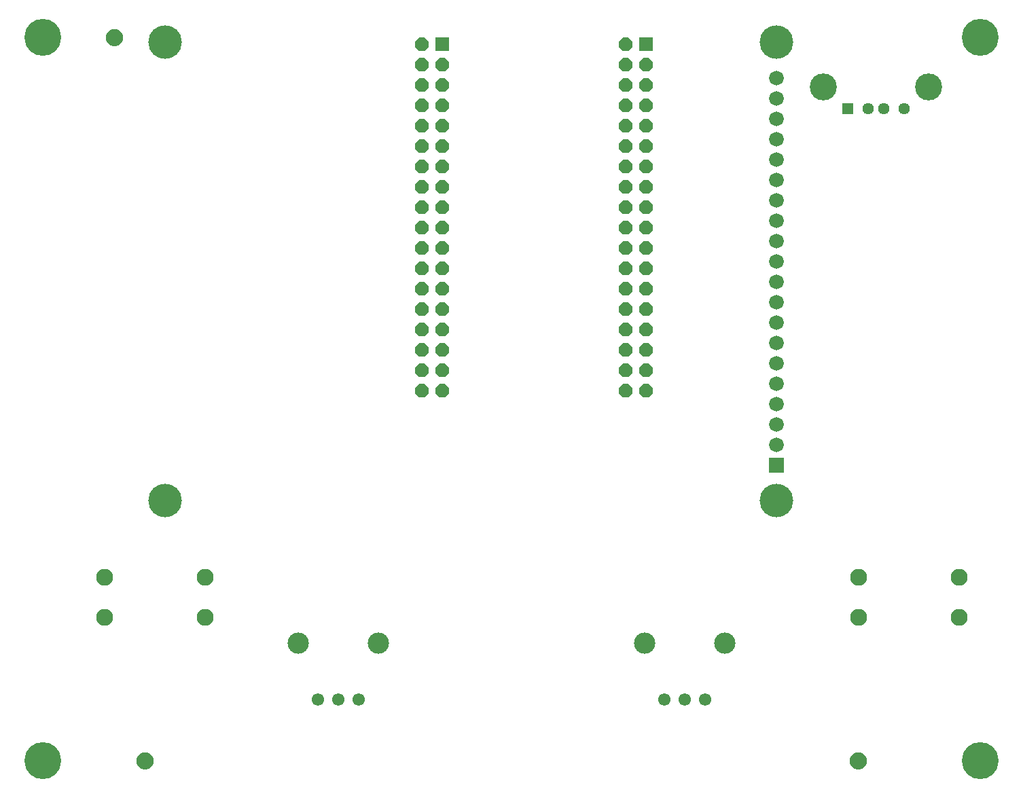
<source format=gbr>
G04 EAGLE Gerber RS-274X export*
G75*
%MOMM*%
%FSLAX34Y34*%
%LPD*%
%INSoldermask Bottom*%
%IPPOS*%
%AMOC8*
5,1,8,0,0,1.08239X$1,22.5*%
G01*
%ADD10C,0.609600*%
%ADD11C,1.168400*%
%ADD12C,4.597400*%
%ADD13C,1.552400*%
%ADD14C,2.652400*%
%ADD15R,1.828800X1.828800*%
%ADD16C,1.828800*%
%ADD17C,4.168400*%
%ADD18C,2.112400*%
%ADD19R,1.676400X1.676400*%
%ADD20P,1.814519X8X292.500000*%
%ADD21R,1.440400X1.440400*%
%ADD22C,1.440400*%
%ADD23C,3.372400*%


D10*
X170180Y50800D02*
X170182Y50987D01*
X170189Y51174D01*
X170201Y51361D01*
X170217Y51547D01*
X170237Y51733D01*
X170262Y51918D01*
X170292Y52103D01*
X170326Y52287D01*
X170365Y52470D01*
X170408Y52652D01*
X170456Y52832D01*
X170508Y53012D01*
X170565Y53190D01*
X170625Y53367D01*
X170691Y53542D01*
X170760Y53716D01*
X170834Y53888D01*
X170912Y54058D01*
X170994Y54226D01*
X171080Y54392D01*
X171170Y54556D01*
X171264Y54717D01*
X171362Y54877D01*
X171464Y55033D01*
X171570Y55188D01*
X171680Y55339D01*
X171793Y55488D01*
X171910Y55634D01*
X172030Y55777D01*
X172154Y55917D01*
X172281Y56054D01*
X172412Y56188D01*
X172546Y56319D01*
X172683Y56446D01*
X172823Y56570D01*
X172966Y56690D01*
X173112Y56807D01*
X173261Y56920D01*
X173412Y57030D01*
X173567Y57136D01*
X173723Y57238D01*
X173883Y57336D01*
X174044Y57430D01*
X174208Y57520D01*
X174374Y57606D01*
X174542Y57688D01*
X174712Y57766D01*
X174884Y57840D01*
X175058Y57909D01*
X175233Y57975D01*
X175410Y58035D01*
X175588Y58092D01*
X175768Y58144D01*
X175948Y58192D01*
X176130Y58235D01*
X176313Y58274D01*
X176497Y58308D01*
X176682Y58338D01*
X176867Y58363D01*
X177053Y58383D01*
X177239Y58399D01*
X177426Y58411D01*
X177613Y58418D01*
X177800Y58420D01*
X177987Y58418D01*
X178174Y58411D01*
X178361Y58399D01*
X178547Y58383D01*
X178733Y58363D01*
X178918Y58338D01*
X179103Y58308D01*
X179287Y58274D01*
X179470Y58235D01*
X179652Y58192D01*
X179832Y58144D01*
X180012Y58092D01*
X180190Y58035D01*
X180367Y57975D01*
X180542Y57909D01*
X180716Y57840D01*
X180888Y57766D01*
X181058Y57688D01*
X181226Y57606D01*
X181392Y57520D01*
X181556Y57430D01*
X181717Y57336D01*
X181877Y57238D01*
X182033Y57136D01*
X182188Y57030D01*
X182339Y56920D01*
X182488Y56807D01*
X182634Y56690D01*
X182777Y56570D01*
X182917Y56446D01*
X183054Y56319D01*
X183188Y56188D01*
X183319Y56054D01*
X183446Y55917D01*
X183570Y55777D01*
X183690Y55634D01*
X183807Y55488D01*
X183920Y55339D01*
X184030Y55188D01*
X184136Y55033D01*
X184238Y54877D01*
X184336Y54717D01*
X184430Y54556D01*
X184520Y54392D01*
X184606Y54226D01*
X184688Y54058D01*
X184766Y53888D01*
X184840Y53716D01*
X184909Y53542D01*
X184975Y53367D01*
X185035Y53190D01*
X185092Y53012D01*
X185144Y52832D01*
X185192Y52652D01*
X185235Y52470D01*
X185274Y52287D01*
X185308Y52103D01*
X185338Y51918D01*
X185363Y51733D01*
X185383Y51547D01*
X185399Y51361D01*
X185411Y51174D01*
X185418Y50987D01*
X185420Y50800D01*
X185418Y50613D01*
X185411Y50426D01*
X185399Y50239D01*
X185383Y50053D01*
X185363Y49867D01*
X185338Y49682D01*
X185308Y49497D01*
X185274Y49313D01*
X185235Y49130D01*
X185192Y48948D01*
X185144Y48768D01*
X185092Y48588D01*
X185035Y48410D01*
X184975Y48233D01*
X184909Y48058D01*
X184840Y47884D01*
X184766Y47712D01*
X184688Y47542D01*
X184606Y47374D01*
X184520Y47208D01*
X184430Y47044D01*
X184336Y46883D01*
X184238Y46723D01*
X184136Y46567D01*
X184030Y46412D01*
X183920Y46261D01*
X183807Y46112D01*
X183690Y45966D01*
X183570Y45823D01*
X183446Y45683D01*
X183319Y45546D01*
X183188Y45412D01*
X183054Y45281D01*
X182917Y45154D01*
X182777Y45030D01*
X182634Y44910D01*
X182488Y44793D01*
X182339Y44680D01*
X182188Y44570D01*
X182033Y44464D01*
X181877Y44362D01*
X181717Y44264D01*
X181556Y44170D01*
X181392Y44080D01*
X181226Y43994D01*
X181058Y43912D01*
X180888Y43834D01*
X180716Y43760D01*
X180542Y43691D01*
X180367Y43625D01*
X180190Y43565D01*
X180012Y43508D01*
X179832Y43456D01*
X179652Y43408D01*
X179470Y43365D01*
X179287Y43326D01*
X179103Y43292D01*
X178918Y43262D01*
X178733Y43237D01*
X178547Y43217D01*
X178361Y43201D01*
X178174Y43189D01*
X177987Y43182D01*
X177800Y43180D01*
X177613Y43182D01*
X177426Y43189D01*
X177239Y43201D01*
X177053Y43217D01*
X176867Y43237D01*
X176682Y43262D01*
X176497Y43292D01*
X176313Y43326D01*
X176130Y43365D01*
X175948Y43408D01*
X175768Y43456D01*
X175588Y43508D01*
X175410Y43565D01*
X175233Y43625D01*
X175058Y43691D01*
X174884Y43760D01*
X174712Y43834D01*
X174542Y43912D01*
X174374Y43994D01*
X174208Y44080D01*
X174044Y44170D01*
X173883Y44264D01*
X173723Y44362D01*
X173567Y44464D01*
X173412Y44570D01*
X173261Y44680D01*
X173112Y44793D01*
X172966Y44910D01*
X172823Y45030D01*
X172683Y45154D01*
X172546Y45281D01*
X172412Y45412D01*
X172281Y45546D01*
X172154Y45683D01*
X172030Y45823D01*
X171910Y45966D01*
X171793Y46112D01*
X171680Y46261D01*
X171570Y46412D01*
X171464Y46567D01*
X171362Y46723D01*
X171264Y46883D01*
X171170Y47044D01*
X171080Y47208D01*
X170994Y47374D01*
X170912Y47542D01*
X170834Y47712D01*
X170760Y47884D01*
X170691Y48058D01*
X170625Y48233D01*
X170565Y48410D01*
X170508Y48588D01*
X170456Y48768D01*
X170408Y48948D01*
X170365Y49130D01*
X170326Y49313D01*
X170292Y49497D01*
X170262Y49682D01*
X170237Y49867D01*
X170217Y50053D01*
X170201Y50239D01*
X170189Y50426D01*
X170182Y50613D01*
X170180Y50800D01*
D11*
X177800Y50800D03*
D10*
X1059180Y50800D02*
X1059182Y50987D01*
X1059189Y51174D01*
X1059201Y51361D01*
X1059217Y51547D01*
X1059237Y51733D01*
X1059262Y51918D01*
X1059292Y52103D01*
X1059326Y52287D01*
X1059365Y52470D01*
X1059408Y52652D01*
X1059456Y52832D01*
X1059508Y53012D01*
X1059565Y53190D01*
X1059625Y53367D01*
X1059691Y53542D01*
X1059760Y53716D01*
X1059834Y53888D01*
X1059912Y54058D01*
X1059994Y54226D01*
X1060080Y54392D01*
X1060170Y54556D01*
X1060264Y54717D01*
X1060362Y54877D01*
X1060464Y55033D01*
X1060570Y55188D01*
X1060680Y55339D01*
X1060793Y55488D01*
X1060910Y55634D01*
X1061030Y55777D01*
X1061154Y55917D01*
X1061281Y56054D01*
X1061412Y56188D01*
X1061546Y56319D01*
X1061683Y56446D01*
X1061823Y56570D01*
X1061966Y56690D01*
X1062112Y56807D01*
X1062261Y56920D01*
X1062412Y57030D01*
X1062567Y57136D01*
X1062723Y57238D01*
X1062883Y57336D01*
X1063044Y57430D01*
X1063208Y57520D01*
X1063374Y57606D01*
X1063542Y57688D01*
X1063712Y57766D01*
X1063884Y57840D01*
X1064058Y57909D01*
X1064233Y57975D01*
X1064410Y58035D01*
X1064588Y58092D01*
X1064768Y58144D01*
X1064948Y58192D01*
X1065130Y58235D01*
X1065313Y58274D01*
X1065497Y58308D01*
X1065682Y58338D01*
X1065867Y58363D01*
X1066053Y58383D01*
X1066239Y58399D01*
X1066426Y58411D01*
X1066613Y58418D01*
X1066800Y58420D01*
X1066987Y58418D01*
X1067174Y58411D01*
X1067361Y58399D01*
X1067547Y58383D01*
X1067733Y58363D01*
X1067918Y58338D01*
X1068103Y58308D01*
X1068287Y58274D01*
X1068470Y58235D01*
X1068652Y58192D01*
X1068832Y58144D01*
X1069012Y58092D01*
X1069190Y58035D01*
X1069367Y57975D01*
X1069542Y57909D01*
X1069716Y57840D01*
X1069888Y57766D01*
X1070058Y57688D01*
X1070226Y57606D01*
X1070392Y57520D01*
X1070556Y57430D01*
X1070717Y57336D01*
X1070877Y57238D01*
X1071033Y57136D01*
X1071188Y57030D01*
X1071339Y56920D01*
X1071488Y56807D01*
X1071634Y56690D01*
X1071777Y56570D01*
X1071917Y56446D01*
X1072054Y56319D01*
X1072188Y56188D01*
X1072319Y56054D01*
X1072446Y55917D01*
X1072570Y55777D01*
X1072690Y55634D01*
X1072807Y55488D01*
X1072920Y55339D01*
X1073030Y55188D01*
X1073136Y55033D01*
X1073238Y54877D01*
X1073336Y54717D01*
X1073430Y54556D01*
X1073520Y54392D01*
X1073606Y54226D01*
X1073688Y54058D01*
X1073766Y53888D01*
X1073840Y53716D01*
X1073909Y53542D01*
X1073975Y53367D01*
X1074035Y53190D01*
X1074092Y53012D01*
X1074144Y52832D01*
X1074192Y52652D01*
X1074235Y52470D01*
X1074274Y52287D01*
X1074308Y52103D01*
X1074338Y51918D01*
X1074363Y51733D01*
X1074383Y51547D01*
X1074399Y51361D01*
X1074411Y51174D01*
X1074418Y50987D01*
X1074420Y50800D01*
X1074418Y50613D01*
X1074411Y50426D01*
X1074399Y50239D01*
X1074383Y50053D01*
X1074363Y49867D01*
X1074338Y49682D01*
X1074308Y49497D01*
X1074274Y49313D01*
X1074235Y49130D01*
X1074192Y48948D01*
X1074144Y48768D01*
X1074092Y48588D01*
X1074035Y48410D01*
X1073975Y48233D01*
X1073909Y48058D01*
X1073840Y47884D01*
X1073766Y47712D01*
X1073688Y47542D01*
X1073606Y47374D01*
X1073520Y47208D01*
X1073430Y47044D01*
X1073336Y46883D01*
X1073238Y46723D01*
X1073136Y46567D01*
X1073030Y46412D01*
X1072920Y46261D01*
X1072807Y46112D01*
X1072690Y45966D01*
X1072570Y45823D01*
X1072446Y45683D01*
X1072319Y45546D01*
X1072188Y45412D01*
X1072054Y45281D01*
X1071917Y45154D01*
X1071777Y45030D01*
X1071634Y44910D01*
X1071488Y44793D01*
X1071339Y44680D01*
X1071188Y44570D01*
X1071033Y44464D01*
X1070877Y44362D01*
X1070717Y44264D01*
X1070556Y44170D01*
X1070392Y44080D01*
X1070226Y43994D01*
X1070058Y43912D01*
X1069888Y43834D01*
X1069716Y43760D01*
X1069542Y43691D01*
X1069367Y43625D01*
X1069190Y43565D01*
X1069012Y43508D01*
X1068832Y43456D01*
X1068652Y43408D01*
X1068470Y43365D01*
X1068287Y43326D01*
X1068103Y43292D01*
X1067918Y43262D01*
X1067733Y43237D01*
X1067547Y43217D01*
X1067361Y43201D01*
X1067174Y43189D01*
X1066987Y43182D01*
X1066800Y43180D01*
X1066613Y43182D01*
X1066426Y43189D01*
X1066239Y43201D01*
X1066053Y43217D01*
X1065867Y43237D01*
X1065682Y43262D01*
X1065497Y43292D01*
X1065313Y43326D01*
X1065130Y43365D01*
X1064948Y43408D01*
X1064768Y43456D01*
X1064588Y43508D01*
X1064410Y43565D01*
X1064233Y43625D01*
X1064058Y43691D01*
X1063884Y43760D01*
X1063712Y43834D01*
X1063542Y43912D01*
X1063374Y43994D01*
X1063208Y44080D01*
X1063044Y44170D01*
X1062883Y44264D01*
X1062723Y44362D01*
X1062567Y44464D01*
X1062412Y44570D01*
X1062261Y44680D01*
X1062112Y44793D01*
X1061966Y44910D01*
X1061823Y45030D01*
X1061683Y45154D01*
X1061546Y45281D01*
X1061412Y45412D01*
X1061281Y45546D01*
X1061154Y45683D01*
X1061030Y45823D01*
X1060910Y45966D01*
X1060793Y46112D01*
X1060680Y46261D01*
X1060570Y46412D01*
X1060464Y46567D01*
X1060362Y46723D01*
X1060264Y46883D01*
X1060170Y47044D01*
X1060080Y47208D01*
X1059994Y47374D01*
X1059912Y47542D01*
X1059834Y47712D01*
X1059760Y47884D01*
X1059691Y48058D01*
X1059625Y48233D01*
X1059565Y48410D01*
X1059508Y48588D01*
X1059456Y48768D01*
X1059408Y48948D01*
X1059365Y49130D01*
X1059326Y49313D01*
X1059292Y49497D01*
X1059262Y49682D01*
X1059237Y49867D01*
X1059217Y50053D01*
X1059201Y50239D01*
X1059189Y50426D01*
X1059182Y50613D01*
X1059180Y50800D01*
D11*
X1066800Y50800D03*
D10*
X132080Y952500D02*
X132082Y952687D01*
X132089Y952874D01*
X132101Y953061D01*
X132117Y953247D01*
X132137Y953433D01*
X132162Y953618D01*
X132192Y953803D01*
X132226Y953987D01*
X132265Y954170D01*
X132308Y954352D01*
X132356Y954532D01*
X132408Y954712D01*
X132465Y954890D01*
X132525Y955067D01*
X132591Y955242D01*
X132660Y955416D01*
X132734Y955588D01*
X132812Y955758D01*
X132894Y955926D01*
X132980Y956092D01*
X133070Y956256D01*
X133164Y956417D01*
X133262Y956577D01*
X133364Y956733D01*
X133470Y956888D01*
X133580Y957039D01*
X133693Y957188D01*
X133810Y957334D01*
X133930Y957477D01*
X134054Y957617D01*
X134181Y957754D01*
X134312Y957888D01*
X134446Y958019D01*
X134583Y958146D01*
X134723Y958270D01*
X134866Y958390D01*
X135012Y958507D01*
X135161Y958620D01*
X135312Y958730D01*
X135467Y958836D01*
X135623Y958938D01*
X135783Y959036D01*
X135944Y959130D01*
X136108Y959220D01*
X136274Y959306D01*
X136442Y959388D01*
X136612Y959466D01*
X136784Y959540D01*
X136958Y959609D01*
X137133Y959675D01*
X137310Y959735D01*
X137488Y959792D01*
X137668Y959844D01*
X137848Y959892D01*
X138030Y959935D01*
X138213Y959974D01*
X138397Y960008D01*
X138582Y960038D01*
X138767Y960063D01*
X138953Y960083D01*
X139139Y960099D01*
X139326Y960111D01*
X139513Y960118D01*
X139700Y960120D01*
X139887Y960118D01*
X140074Y960111D01*
X140261Y960099D01*
X140447Y960083D01*
X140633Y960063D01*
X140818Y960038D01*
X141003Y960008D01*
X141187Y959974D01*
X141370Y959935D01*
X141552Y959892D01*
X141732Y959844D01*
X141912Y959792D01*
X142090Y959735D01*
X142267Y959675D01*
X142442Y959609D01*
X142616Y959540D01*
X142788Y959466D01*
X142958Y959388D01*
X143126Y959306D01*
X143292Y959220D01*
X143456Y959130D01*
X143617Y959036D01*
X143777Y958938D01*
X143933Y958836D01*
X144088Y958730D01*
X144239Y958620D01*
X144388Y958507D01*
X144534Y958390D01*
X144677Y958270D01*
X144817Y958146D01*
X144954Y958019D01*
X145088Y957888D01*
X145219Y957754D01*
X145346Y957617D01*
X145470Y957477D01*
X145590Y957334D01*
X145707Y957188D01*
X145820Y957039D01*
X145930Y956888D01*
X146036Y956733D01*
X146138Y956577D01*
X146236Y956417D01*
X146330Y956256D01*
X146420Y956092D01*
X146506Y955926D01*
X146588Y955758D01*
X146666Y955588D01*
X146740Y955416D01*
X146809Y955242D01*
X146875Y955067D01*
X146935Y954890D01*
X146992Y954712D01*
X147044Y954532D01*
X147092Y954352D01*
X147135Y954170D01*
X147174Y953987D01*
X147208Y953803D01*
X147238Y953618D01*
X147263Y953433D01*
X147283Y953247D01*
X147299Y953061D01*
X147311Y952874D01*
X147318Y952687D01*
X147320Y952500D01*
X147318Y952313D01*
X147311Y952126D01*
X147299Y951939D01*
X147283Y951753D01*
X147263Y951567D01*
X147238Y951382D01*
X147208Y951197D01*
X147174Y951013D01*
X147135Y950830D01*
X147092Y950648D01*
X147044Y950468D01*
X146992Y950288D01*
X146935Y950110D01*
X146875Y949933D01*
X146809Y949758D01*
X146740Y949584D01*
X146666Y949412D01*
X146588Y949242D01*
X146506Y949074D01*
X146420Y948908D01*
X146330Y948744D01*
X146236Y948583D01*
X146138Y948423D01*
X146036Y948267D01*
X145930Y948112D01*
X145820Y947961D01*
X145707Y947812D01*
X145590Y947666D01*
X145470Y947523D01*
X145346Y947383D01*
X145219Y947246D01*
X145088Y947112D01*
X144954Y946981D01*
X144817Y946854D01*
X144677Y946730D01*
X144534Y946610D01*
X144388Y946493D01*
X144239Y946380D01*
X144088Y946270D01*
X143933Y946164D01*
X143777Y946062D01*
X143617Y945964D01*
X143456Y945870D01*
X143292Y945780D01*
X143126Y945694D01*
X142958Y945612D01*
X142788Y945534D01*
X142616Y945460D01*
X142442Y945391D01*
X142267Y945325D01*
X142090Y945265D01*
X141912Y945208D01*
X141732Y945156D01*
X141552Y945108D01*
X141370Y945065D01*
X141187Y945026D01*
X141003Y944992D01*
X140818Y944962D01*
X140633Y944937D01*
X140447Y944917D01*
X140261Y944901D01*
X140074Y944889D01*
X139887Y944882D01*
X139700Y944880D01*
X139513Y944882D01*
X139326Y944889D01*
X139139Y944901D01*
X138953Y944917D01*
X138767Y944937D01*
X138582Y944962D01*
X138397Y944992D01*
X138213Y945026D01*
X138030Y945065D01*
X137848Y945108D01*
X137668Y945156D01*
X137488Y945208D01*
X137310Y945265D01*
X137133Y945325D01*
X136958Y945391D01*
X136784Y945460D01*
X136612Y945534D01*
X136442Y945612D01*
X136274Y945694D01*
X136108Y945780D01*
X135944Y945870D01*
X135783Y945964D01*
X135623Y946062D01*
X135467Y946164D01*
X135312Y946270D01*
X135161Y946380D01*
X135012Y946493D01*
X134866Y946610D01*
X134723Y946730D01*
X134583Y946854D01*
X134446Y946981D01*
X134312Y947112D01*
X134181Y947246D01*
X134054Y947383D01*
X133930Y947523D01*
X133810Y947666D01*
X133693Y947812D01*
X133580Y947961D01*
X133470Y948112D01*
X133364Y948267D01*
X133262Y948423D01*
X133164Y948583D01*
X133070Y948744D01*
X132980Y948908D01*
X132894Y949074D01*
X132812Y949242D01*
X132734Y949412D01*
X132660Y949584D01*
X132591Y949758D01*
X132525Y949933D01*
X132465Y950110D01*
X132408Y950288D01*
X132356Y950468D01*
X132308Y950648D01*
X132265Y950830D01*
X132226Y951013D01*
X132192Y951197D01*
X132162Y951382D01*
X132137Y951567D01*
X132117Y951753D01*
X132101Y951939D01*
X132089Y952126D01*
X132082Y952313D01*
X132080Y952500D01*
D11*
X139700Y952500D03*
D12*
X50800Y50800D03*
X1219200Y50800D03*
X1219200Y952500D03*
X50800Y952500D03*
D13*
X394100Y127000D03*
X419100Y127000D03*
X444100Y127000D03*
D14*
X369100Y197000D03*
X469100Y197000D03*
D13*
X825900Y127000D03*
X850900Y127000D03*
X875900Y127000D03*
D14*
X800900Y197000D03*
X900900Y197000D03*
D15*
X965200Y419100D03*
D16*
X965200Y444500D03*
X965200Y469900D03*
X965200Y495300D03*
X965200Y520700D03*
X965200Y546100D03*
X965200Y571500D03*
X965200Y596900D03*
X965200Y622300D03*
X965200Y647700D03*
X965200Y673100D03*
X965200Y698500D03*
X965200Y723900D03*
X965200Y749300D03*
X965200Y774700D03*
X965200Y800100D03*
X965200Y825500D03*
X965200Y850900D03*
X965200Y876300D03*
X965200Y901700D03*
D17*
X965200Y374650D03*
X965200Y946150D03*
X203200Y374650D03*
X203200Y946150D03*
D18*
X1192800Y279000D03*
X1192800Y229000D03*
X1067800Y229000D03*
X1067800Y279000D03*
X253000Y279000D03*
X253000Y229000D03*
X128000Y229000D03*
X128000Y279000D03*
D19*
X802900Y944200D03*
D20*
X777500Y944200D03*
X802900Y918800D03*
X777500Y918800D03*
X802900Y893400D03*
X777500Y893400D03*
X802900Y868000D03*
X777500Y868000D03*
X802900Y842600D03*
X777500Y842600D03*
X802900Y817200D03*
X777500Y817200D03*
X802900Y791800D03*
X777500Y791800D03*
X802900Y766400D03*
X777500Y766400D03*
X802900Y741000D03*
X777500Y741000D03*
X802900Y715600D03*
X777500Y715600D03*
X802900Y690200D03*
X777500Y690200D03*
X802900Y664800D03*
X777500Y664800D03*
X802900Y639400D03*
X777500Y639400D03*
X802900Y614000D03*
X777500Y614000D03*
X802900Y588600D03*
X777500Y588600D03*
X802900Y563200D03*
X777500Y563200D03*
X802900Y537800D03*
X777500Y537800D03*
X802900Y512400D03*
X777500Y512400D03*
D19*
X548900Y944200D03*
D20*
X523500Y944200D03*
X548900Y918800D03*
X523500Y918800D03*
X548900Y893400D03*
X523500Y893400D03*
X548900Y868000D03*
X523500Y868000D03*
X548900Y842600D03*
X523500Y842600D03*
X548900Y817200D03*
X523500Y817200D03*
X548900Y791800D03*
X523500Y791800D03*
X548900Y766400D03*
X523500Y766400D03*
X548900Y741000D03*
X523500Y741000D03*
X548900Y715600D03*
X523500Y715600D03*
X548900Y690200D03*
X523500Y690200D03*
X548900Y664800D03*
X523500Y664800D03*
X548900Y639400D03*
X523500Y639400D03*
X548900Y614000D03*
X523500Y614000D03*
X548900Y588600D03*
X523500Y588600D03*
X548900Y563200D03*
X523500Y563200D03*
X548900Y537800D03*
X523500Y537800D03*
X548900Y512400D03*
X523500Y512400D03*
D21*
X1054100Y863600D03*
D22*
X1079100Y863600D03*
X1099100Y863600D03*
X1124100Y863600D03*
D23*
X1023400Y890700D03*
X1154800Y890700D03*
M02*

</source>
